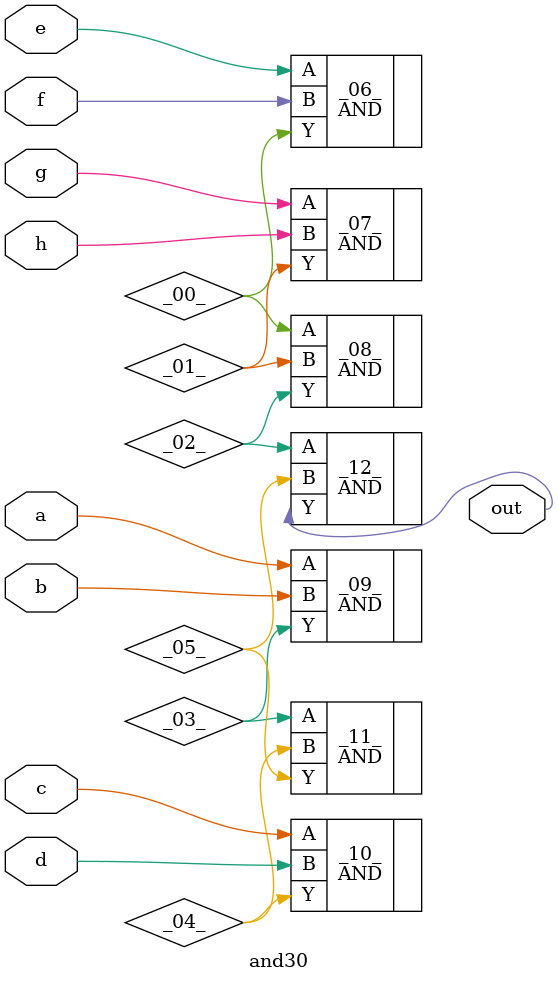
<source format=v>
/* Generated by Yosys 0.41+83 (git sha1 7045cf509, x86_64-w64-mingw32-g++ 13.2.1 -Os) */

/* cells_not_processed =  1  */
/* src = "and30.v:3.1-17.10" */
module and30(a, b, c, d, e, f, g, h, out);
  wire _00_;
  wire _01_;
  wire _02_;
  wire _03_;
  wire _04_;
  wire _05_;
  /* src = "and30.v:4.9-4.10" */
  input a;
  wire a;
  /* src = "and30.v:5.9-5.10" */
  input b;
  wire b;
  /* src = "and30.v:6.9-6.10" */
  input c;
  wire c;
  /* src = "and30.v:7.9-7.10" */
  input d;
  wire d;
  /* src = "and30.v:8.9-8.10" */
  input e;
  wire e;
  /* src = "and30.v:9.9-9.10" */
  input f;
  wire f;
  /* src = "and30.v:10.9-10.10" */
  input g;
  wire g;
  /* src = "and30.v:11.9-11.10" */
  input h;
  wire h;
  /* src = "and30.v:12.10-12.13" */
  output out;
  wire out;
  AND _06_ (
    .A(e),
    .B(f),
    .Y(_00_)
  );
  AND _07_ (
    .A(g),
    .B(h),
    .Y(_01_)
  );
  AND _08_ (
    .A(_00_),
    .B(_01_),
    .Y(_02_)
  );
  AND _09_ (
    .A(a),
    .B(b),
    .Y(_03_)
  );
  AND _10_ (
    .A(c),
    .B(d),
    .Y(_04_)
  );
  AND _11_ (
    .A(_03_),
    .B(_04_),
    .Y(_05_)
  );
  AND _12_ (
    .A(_02_),
    .B(_05_),
    .Y(out)
  );
endmodule

</source>
